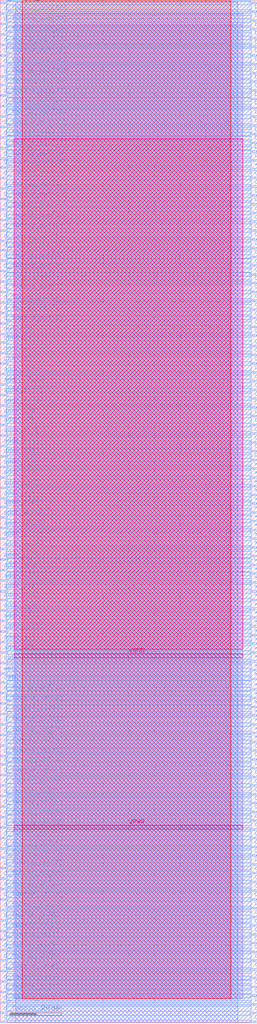
<source format=lef>
VERSION 5.7 ;
  NOWIREEXTENSIONATPIN ON ;
  DIVIDERCHAR "/" ;
  BUSBITCHARS "[]" ;
MACRO sram_ifc
  CLASS BLOCK ;
  FOREIGN sram_ifc ;
  ORIGIN 0.000 0.000 ;
  SIZE 100.000 BY 396.905 ;
  PIN addr_r[0]
    DIRECTION INPUT ;
    PORT
      LAYER met3 ;
        RECT 0.000 199.920 2.400 200.520 ;
    END
  END addr_r[0]
  PIN addr_r[10]
    DIRECTION INPUT ;
    PORT
      LAYER met3 ;
        RECT 0.000 239.360 2.400 239.960 ;
    END
  END addr_r[10]
  PIN addr_r[11]
    DIRECTION INPUT ;
    PORT
      LAYER met3 ;
        RECT 0.000 243.440 2.400 244.040 ;
    END
  END addr_r[11]
  PIN addr_r[12]
    DIRECTION INPUT ;
    PORT
      LAYER met3 ;
        RECT 0.000 247.520 2.400 248.120 ;
    END
  END addr_r[12]
  PIN addr_r[13]
    DIRECTION INPUT ;
    PORT
      LAYER met3 ;
        RECT 0.000 251.600 2.400 252.200 ;
    END
  END addr_r[13]
  PIN addr_r[1]
    DIRECTION INPUT ;
    PORT
      LAYER met3 ;
        RECT 0.000 203.320 2.400 203.920 ;
    END
  END addr_r[1]
  PIN addr_r[2]
    DIRECTION INPUT ;
    PORT
      LAYER met3 ;
        RECT 0.000 207.400 2.400 208.000 ;
    END
  END addr_r[2]
  PIN addr_r[3]
    DIRECTION INPUT ;
    PORT
      LAYER met3 ;
        RECT 0.000 211.480 2.400 212.080 ;
    END
  END addr_r[3]
  PIN addr_r[4]
    DIRECTION INPUT ;
    PORT
      LAYER met3 ;
        RECT 0.000 215.560 2.400 216.160 ;
    END
  END addr_r[4]
  PIN addr_r[5]
    DIRECTION INPUT ;
    PORT
      LAYER met3 ;
        RECT 0.000 219.640 2.400 220.240 ;
    END
  END addr_r[5]
  PIN addr_r[6]
    DIRECTION INPUT ;
    PORT
      LAYER met3 ;
        RECT 0.000 223.720 2.400 224.320 ;
    END
  END addr_r[6]
  PIN addr_r[7]
    DIRECTION INPUT ;
    PORT
      LAYER met3 ;
        RECT 0.000 227.800 2.400 228.400 ;
    END
  END addr_r[7]
  PIN addr_r[8]
    DIRECTION INPUT ;
    PORT
      LAYER met3 ;
        RECT 0.000 231.880 2.400 232.480 ;
    END
  END addr_r[8]
  PIN addr_r[9]
    DIRECTION INPUT ;
    PORT
      LAYER met3 ;
        RECT 0.000 235.280 2.400 235.880 ;
    END
  END addr_r[9]
  PIN addr_w[0]
    DIRECTION INPUT ;
    PORT
      LAYER met3 ;
        RECT 0.000 143.480 2.400 144.080 ;
    END
  END addr_w[0]
  PIN addr_w[10]
    DIRECTION INPUT ;
    PORT
      LAYER met3 ;
        RECT 0.000 183.600 2.400 184.200 ;
    END
  END addr_w[10]
  PIN addr_w[11]
    DIRECTION INPUT ;
    PORT
      LAYER met3 ;
        RECT 0.000 187.680 2.400 188.280 ;
    END
  END addr_w[11]
  PIN addr_w[12]
    DIRECTION INPUT ;
    PORT
      LAYER met3 ;
        RECT 0.000 191.760 2.400 192.360 ;
    END
  END addr_w[12]
  PIN addr_w[13]
    DIRECTION INPUT ;
    PORT
      LAYER met3 ;
        RECT 0.000 195.840 2.400 196.440 ;
    END
  END addr_w[13]
  PIN addr_w[1]
    DIRECTION INPUT ;
    PORT
      LAYER met3 ;
        RECT 0.000 147.560 2.400 148.160 ;
    END
  END addr_w[1]
  PIN addr_w[2]
    DIRECTION INPUT ;
    PORT
      LAYER met3 ;
        RECT 0.000 151.640 2.400 152.240 ;
    END
  END addr_w[2]
  PIN addr_w[3]
    DIRECTION INPUT ;
    PORT
      LAYER met3 ;
        RECT 0.000 155.720 2.400 156.320 ;
    END
  END addr_w[3]
  PIN addr_w[4]
    DIRECTION INPUT ;
    PORT
      LAYER met3 ;
        RECT 0.000 159.800 2.400 160.400 ;
    END
  END addr_w[4]
  PIN addr_w[5]
    DIRECTION INPUT ;
    PORT
      LAYER met3 ;
        RECT 0.000 163.880 2.400 164.480 ;
    END
  END addr_w[5]
  PIN addr_w[6]
    DIRECTION INPUT ;
    PORT
      LAYER met3 ;
        RECT 0.000 167.280 2.400 167.880 ;
    END
  END addr_w[6]
  PIN addr_w[7]
    DIRECTION INPUT ;
    PORT
      LAYER met3 ;
        RECT 0.000 171.360 2.400 171.960 ;
    END
  END addr_w[7]
  PIN addr_w[8]
    DIRECTION INPUT ;
    PORT
      LAYER met3 ;
        RECT 0.000 175.440 2.400 176.040 ;
    END
  END addr_w[8]
  PIN addr_w[9]
    DIRECTION INPUT ;
    PORT
      LAYER met3 ;
        RECT 0.000 179.520 2.400 180.120 ;
    END
  END addr_w[9]
  PIN baseaddr_r_sync[0]
    DIRECTION OUTPUT TRISTATE ;
    PORT
      LAYER met3 ;
        RECT 97.600 368.560 100.000 369.160 ;
    END
  END baseaddr_r_sync[0]
  PIN baseaddr_r_sync[1]
    DIRECTION OUTPUT TRISTATE ;
    PORT
      LAYER met3 ;
        RECT 97.600 371.960 100.000 372.560 ;
    END
  END baseaddr_r_sync[1]
  PIN baseaddr_r_sync[2]
    DIRECTION OUTPUT TRISTATE ;
    PORT
      LAYER met3 ;
        RECT 97.600 375.360 100.000 375.960 ;
    END
  END baseaddr_r_sync[2]
  PIN baseaddr_r_sync[3]
    DIRECTION OUTPUT TRISTATE ;
    PORT
      LAYER met3 ;
        RECT 97.600 378.760 100.000 379.360 ;
    END
  END baseaddr_r_sync[3]
  PIN baseaddr_r_sync[4]
    DIRECTION OUTPUT TRISTATE ;
    PORT
      LAYER met3 ;
        RECT 97.600 382.160 100.000 382.760 ;
    END
  END baseaddr_r_sync[4]
  PIN baseaddr_r_sync[5]
    DIRECTION OUTPUT TRISTATE ;
    PORT
      LAYER met3 ;
        RECT 97.600 385.560 100.000 386.160 ;
    END
  END baseaddr_r_sync[5]
  PIN baseaddr_r_sync[6]
    DIRECTION OUTPUT TRISTATE ;
    PORT
      LAYER met3 ;
        RECT 97.600 388.960 100.000 389.560 ;
    END
  END baseaddr_r_sync[6]
  PIN baseaddr_r_sync[7]
    DIRECTION OUTPUT TRISTATE ;
    PORT
      LAYER met3 ;
        RECT 97.600 392.360 100.000 392.960 ;
    END
  END baseaddr_r_sync[7]
  PIN baseaddr_r_sync[8]
    DIRECTION OUTPUT TRISTATE ;
    PORT
      LAYER met3 ;
        RECT 97.600 395.760 100.000 396.360 ;
    END
  END baseaddr_r_sync[8]
  PIN baseaddr_w_sync[0]
    DIRECTION OUTPUT TRISTATE ;
    PORT
      LAYER met3 ;
        RECT 97.600 337.960 100.000 338.560 ;
    END
  END baseaddr_w_sync[0]
  PIN baseaddr_w_sync[1]
    DIRECTION OUTPUT TRISTATE ;
    PORT
      LAYER met3 ;
        RECT 97.600 341.360 100.000 341.960 ;
    END
  END baseaddr_w_sync[1]
  PIN baseaddr_w_sync[2]
    DIRECTION OUTPUT TRISTATE ;
    PORT
      LAYER met3 ;
        RECT 97.600 344.760 100.000 345.360 ;
    END
  END baseaddr_w_sync[2]
  PIN baseaddr_w_sync[3]
    DIRECTION OUTPUT TRISTATE ;
    PORT
      LAYER met3 ;
        RECT 97.600 348.160 100.000 348.760 ;
    END
  END baseaddr_w_sync[3]
  PIN baseaddr_w_sync[4]
    DIRECTION OUTPUT TRISTATE ;
    PORT
      LAYER met3 ;
        RECT 97.600 351.560 100.000 352.160 ;
    END
  END baseaddr_w_sync[4]
  PIN baseaddr_w_sync[5]
    DIRECTION OUTPUT TRISTATE ;
    PORT
      LAYER met3 ;
        RECT 97.600 354.960 100.000 355.560 ;
    END
  END baseaddr_w_sync[5]
  PIN baseaddr_w_sync[6]
    DIRECTION OUTPUT TRISTATE ;
    PORT
      LAYER met3 ;
        RECT 97.600 358.360 100.000 358.960 ;
    END
  END baseaddr_w_sync[6]
  PIN baseaddr_w_sync[7]
    DIRECTION OUTPUT TRISTATE ;
    PORT
      LAYER met3 ;
        RECT 97.600 361.760 100.000 362.360 ;
    END
  END baseaddr_w_sync[7]
  PIN baseaddr_w_sync[8]
    DIRECTION OUTPUT TRISTATE ;
    PORT
      LAYER met3 ;
        RECT 97.600 365.160 100.000 365.760 ;
    END
  END baseaddr_w_sync[8]
  PIN clk
    DIRECTION INPUT ;
    PORT
      LAYER met3 ;
        RECT 0.000 0.000 2.400 0.600 ;
    END
  END clk
  PIN conf[0]
    DIRECTION INPUT ;
    PORT
      LAYER met3 ;
        RECT 0.000 255.680 2.400 256.280 ;
    END
  END conf[0]
  PIN conf[1]
    DIRECTION INPUT ;
    PORT
      LAYER met3 ;
        RECT 0.000 259.760 2.400 260.360 ;
    END
  END conf[1]
  PIN conf[2]
    DIRECTION INPUT ;
    PORT
      LAYER met3 ;
        RECT 0.000 263.840 2.400 264.440 ;
    END
  END conf[2]
  PIN csb
    DIRECTION INPUT ;
    PORT
      LAYER met3 ;
        RECT 0.000 131.920 2.400 132.520 ;
    END
  END csb
  PIN csb0_sync
    DIRECTION OUTPUT TRISTATE ;
    PORT
      LAYER met3 ;
        RECT 97.600 327.760 100.000 328.360 ;
    END
  END csb0_sync
  PIN csb1_sync
    DIRECTION OUTPUT TRISTATE ;
    PORT
      LAYER met3 ;
        RECT 97.600 334.560 100.000 335.160 ;
    END
  END csb1_sync
  PIN d_fabric_in[0]
    DIRECTION INPUT ;
    PORT
      LAYER met3 ;
        RECT 0.000 3.400 2.400 4.000 ;
    END
  END d_fabric_in[0]
  PIN d_fabric_in[10]
    DIRECTION INPUT ;
    PORT
      LAYER met3 ;
        RECT 0.000 43.520 2.400 44.120 ;
    END
  END d_fabric_in[10]
  PIN d_fabric_in[11]
    DIRECTION INPUT ;
    PORT
      LAYER met3 ;
        RECT 0.000 47.600 2.400 48.200 ;
    END
  END d_fabric_in[11]
  PIN d_fabric_in[12]
    DIRECTION INPUT ;
    PORT
      LAYER met3 ;
        RECT 0.000 51.680 2.400 52.280 ;
    END
  END d_fabric_in[12]
  PIN d_fabric_in[13]
    DIRECTION INPUT ;
    PORT
      LAYER met3 ;
        RECT 0.000 55.760 2.400 56.360 ;
    END
  END d_fabric_in[13]
  PIN d_fabric_in[14]
    DIRECTION INPUT ;
    PORT
      LAYER met3 ;
        RECT 0.000 59.840 2.400 60.440 ;
    END
  END d_fabric_in[14]
  PIN d_fabric_in[15]
    DIRECTION INPUT ;
    PORT
      LAYER met3 ;
        RECT 0.000 63.920 2.400 64.520 ;
    END
  END d_fabric_in[15]
  PIN d_fabric_in[16]
    DIRECTION INPUT ;
    PORT
      LAYER met3 ;
        RECT 0.000 67.320 2.400 67.920 ;
    END
  END d_fabric_in[16]
  PIN d_fabric_in[17]
    DIRECTION INPUT ;
    PORT
      LAYER met3 ;
        RECT 0.000 71.400 2.400 72.000 ;
    END
  END d_fabric_in[17]
  PIN d_fabric_in[18]
    DIRECTION INPUT ;
    PORT
      LAYER met3 ;
        RECT 0.000 75.480 2.400 76.080 ;
    END
  END d_fabric_in[18]
  PIN d_fabric_in[19]
    DIRECTION INPUT ;
    PORT
      LAYER met3 ;
        RECT 0.000 79.560 2.400 80.160 ;
    END
  END d_fabric_in[19]
  PIN d_fabric_in[1]
    DIRECTION INPUT ;
    PORT
      LAYER met3 ;
        RECT 0.000 7.480 2.400 8.080 ;
    END
  END d_fabric_in[1]
  PIN d_fabric_in[20]
    DIRECTION INPUT ;
    PORT
      LAYER met3 ;
        RECT 0.000 83.640 2.400 84.240 ;
    END
  END d_fabric_in[20]
  PIN d_fabric_in[21]
    DIRECTION INPUT ;
    PORT
      LAYER met3 ;
        RECT 0.000 87.720 2.400 88.320 ;
    END
  END d_fabric_in[21]
  PIN d_fabric_in[22]
    DIRECTION INPUT ;
    PORT
      LAYER met3 ;
        RECT 0.000 91.800 2.400 92.400 ;
    END
  END d_fabric_in[22]
  PIN d_fabric_in[23]
    DIRECTION INPUT ;
    PORT
      LAYER met3 ;
        RECT 0.000 95.880 2.400 96.480 ;
    END
  END d_fabric_in[23]
  PIN d_fabric_in[24]
    DIRECTION INPUT ;
    PORT
      LAYER met3 ;
        RECT 0.000 99.960 2.400 100.560 ;
    END
  END d_fabric_in[24]
  PIN d_fabric_in[25]
    DIRECTION INPUT ;
    PORT
      LAYER met3 ;
        RECT 0.000 103.360 2.400 103.960 ;
    END
  END d_fabric_in[25]
  PIN d_fabric_in[26]
    DIRECTION INPUT ;
    PORT
      LAYER met3 ;
        RECT 0.000 107.440 2.400 108.040 ;
    END
  END d_fabric_in[26]
  PIN d_fabric_in[27]
    DIRECTION INPUT ;
    PORT
      LAYER met3 ;
        RECT 0.000 111.520 2.400 112.120 ;
    END
  END d_fabric_in[27]
  PIN d_fabric_in[28]
    DIRECTION INPUT ;
    PORT
      LAYER met3 ;
        RECT 0.000 115.600 2.400 116.200 ;
    END
  END d_fabric_in[28]
  PIN d_fabric_in[29]
    DIRECTION INPUT ;
    PORT
      LAYER met3 ;
        RECT 0.000 119.680 2.400 120.280 ;
    END
  END d_fabric_in[29]
  PIN d_fabric_in[2]
    DIRECTION INPUT ;
    PORT
      LAYER met3 ;
        RECT 0.000 11.560 2.400 12.160 ;
    END
  END d_fabric_in[2]
  PIN d_fabric_in[30]
    DIRECTION INPUT ;
    PORT
      LAYER met3 ;
        RECT 0.000 123.760 2.400 124.360 ;
    END
  END d_fabric_in[30]
  PIN d_fabric_in[31]
    DIRECTION INPUT ;
    PORT
      LAYER met3 ;
        RECT 0.000 127.840 2.400 128.440 ;
    END
  END d_fabric_in[31]
  PIN d_fabric_in[3]
    DIRECTION INPUT ;
    PORT
      LAYER met3 ;
        RECT 0.000 15.640 2.400 16.240 ;
    END
  END d_fabric_in[3]
  PIN d_fabric_in[4]
    DIRECTION INPUT ;
    PORT
      LAYER met3 ;
        RECT 0.000 19.720 2.400 20.320 ;
    END
  END d_fabric_in[4]
  PIN d_fabric_in[5]
    DIRECTION INPUT ;
    PORT
      LAYER met3 ;
        RECT 0.000 23.800 2.400 24.400 ;
    END
  END d_fabric_in[5]
  PIN d_fabric_in[6]
    DIRECTION INPUT ;
    PORT
      LAYER met3 ;
        RECT 0.000 27.880 2.400 28.480 ;
    END
  END d_fabric_in[6]
  PIN d_fabric_in[7]
    DIRECTION INPUT ;
    PORT
      LAYER met3 ;
        RECT 0.000 31.960 2.400 32.560 ;
    END
  END d_fabric_in[7]
  PIN d_fabric_in[8]
    DIRECTION INPUT ;
    PORT
      LAYER met3 ;
        RECT 0.000 35.360 2.400 35.960 ;
    END
  END d_fabric_in[8]
  PIN d_fabric_in[9]
    DIRECTION INPUT ;
    PORT
      LAYER met3 ;
        RECT 0.000 39.440 2.400 40.040 ;
    END
  END d_fabric_in[9]
  PIN d_fabric_out[0]
    DIRECTION OUTPUT TRISTATE ;
    PORT
      LAYER met3 ;
        RECT 0.000 271.320 2.400 271.920 ;
    END
  END d_fabric_out[0]
  PIN d_fabric_out[10]
    DIRECTION OUTPUT TRISTATE ;
    PORT
      LAYER met3 ;
        RECT 0.000 311.440 2.400 312.040 ;
    END
  END d_fabric_out[10]
  PIN d_fabric_out[11]
    DIRECTION OUTPUT TRISTATE ;
    PORT
      LAYER met3 ;
        RECT 0.000 315.520 2.400 316.120 ;
    END
  END d_fabric_out[11]
  PIN d_fabric_out[12]
    DIRECTION OUTPUT TRISTATE ;
    PORT
      LAYER met3 ;
        RECT 0.000 319.600 2.400 320.200 ;
    END
  END d_fabric_out[12]
  PIN d_fabric_out[13]
    DIRECTION OUTPUT TRISTATE ;
    PORT
      LAYER met3 ;
        RECT 0.000 323.680 2.400 324.280 ;
    END
  END d_fabric_out[13]
  PIN d_fabric_out[14]
    DIRECTION OUTPUT TRISTATE ;
    PORT
      LAYER met3 ;
        RECT 0.000 327.760 2.400 328.360 ;
    END
  END d_fabric_out[14]
  PIN d_fabric_out[15]
    DIRECTION OUTPUT TRISTATE ;
    PORT
      LAYER met3 ;
        RECT 0.000 331.840 2.400 332.440 ;
    END
  END d_fabric_out[15]
  PIN d_fabric_out[16]
    DIRECTION OUTPUT TRISTATE ;
    PORT
      LAYER met3 ;
        RECT 0.000 335.240 2.400 335.840 ;
    END
  END d_fabric_out[16]
  PIN d_fabric_out[17]
    DIRECTION OUTPUT TRISTATE ;
    PORT
      LAYER met3 ;
        RECT 0.000 339.320 2.400 339.920 ;
    END
  END d_fabric_out[17]
  PIN d_fabric_out[18]
    DIRECTION OUTPUT TRISTATE ;
    PORT
      LAYER met3 ;
        RECT 0.000 343.400 2.400 344.000 ;
    END
  END d_fabric_out[18]
  PIN d_fabric_out[19]
    DIRECTION OUTPUT TRISTATE ;
    PORT
      LAYER met3 ;
        RECT 0.000 347.480 2.400 348.080 ;
    END
  END d_fabric_out[19]
  PIN d_fabric_out[1]
    DIRECTION OUTPUT TRISTATE ;
    PORT
      LAYER met3 ;
        RECT 0.000 275.400 2.400 276.000 ;
    END
  END d_fabric_out[1]
  PIN d_fabric_out[20]
    DIRECTION OUTPUT TRISTATE ;
    PORT
      LAYER met3 ;
        RECT 0.000 351.560 2.400 352.160 ;
    END
  END d_fabric_out[20]
  PIN d_fabric_out[21]
    DIRECTION OUTPUT TRISTATE ;
    PORT
      LAYER met3 ;
        RECT 0.000 355.640 2.400 356.240 ;
    END
  END d_fabric_out[21]
  PIN d_fabric_out[22]
    DIRECTION OUTPUT TRISTATE ;
    PORT
      LAYER met3 ;
        RECT 0.000 359.720 2.400 360.320 ;
    END
  END d_fabric_out[22]
  PIN d_fabric_out[23]
    DIRECTION OUTPUT TRISTATE ;
    PORT
      LAYER met3 ;
        RECT 0.000 363.800 2.400 364.400 ;
    END
  END d_fabric_out[23]
  PIN d_fabric_out[24]
    DIRECTION OUTPUT TRISTATE ;
    PORT
      LAYER met3 ;
        RECT 0.000 367.200 2.400 367.800 ;
    END
  END d_fabric_out[24]
  PIN d_fabric_out[25]
    DIRECTION OUTPUT TRISTATE ;
    PORT
      LAYER met3 ;
        RECT 0.000 371.280 2.400 371.880 ;
    END
  END d_fabric_out[25]
  PIN d_fabric_out[26]
    DIRECTION OUTPUT TRISTATE ;
    PORT
      LAYER met3 ;
        RECT 0.000 375.360 2.400 375.960 ;
    END
  END d_fabric_out[26]
  PIN d_fabric_out[27]
    DIRECTION OUTPUT TRISTATE ;
    PORT
      LAYER met3 ;
        RECT 0.000 379.440 2.400 380.040 ;
    END
  END d_fabric_out[27]
  PIN d_fabric_out[28]
    DIRECTION OUTPUT TRISTATE ;
    PORT
      LAYER met3 ;
        RECT 0.000 383.520 2.400 384.120 ;
    END
  END d_fabric_out[28]
  PIN d_fabric_out[29]
    DIRECTION OUTPUT TRISTATE ;
    PORT
      LAYER met3 ;
        RECT 0.000 387.600 2.400 388.200 ;
    END
  END d_fabric_out[29]
  PIN d_fabric_out[2]
    DIRECTION OUTPUT TRISTATE ;
    PORT
      LAYER met3 ;
        RECT 0.000 279.480 2.400 280.080 ;
    END
  END d_fabric_out[2]
  PIN d_fabric_out[30]
    DIRECTION OUTPUT TRISTATE ;
    PORT
      LAYER met3 ;
        RECT 0.000 391.680 2.400 392.280 ;
    END
  END d_fabric_out[30]
  PIN d_fabric_out[31]
    DIRECTION OUTPUT TRISTATE ;
    PORT
      LAYER met3 ;
        RECT 0.000 395.760 2.400 396.360 ;
    END
  END d_fabric_out[31]
  PIN d_fabric_out[3]
    DIRECTION OUTPUT TRISTATE ;
    PORT
      LAYER met3 ;
        RECT 0.000 283.560 2.400 284.160 ;
    END
  END d_fabric_out[3]
  PIN d_fabric_out[4]
    DIRECTION OUTPUT TRISTATE ;
    PORT
      LAYER met3 ;
        RECT 0.000 287.640 2.400 288.240 ;
    END
  END d_fabric_out[4]
  PIN d_fabric_out[5]
    DIRECTION OUTPUT TRISTATE ;
    PORT
      LAYER met3 ;
        RECT 0.000 291.720 2.400 292.320 ;
    END
  END d_fabric_out[5]
  PIN d_fabric_out[6]
    DIRECTION OUTPUT TRISTATE ;
    PORT
      LAYER met3 ;
        RECT 0.000 295.800 2.400 296.400 ;
    END
  END d_fabric_out[6]
  PIN d_fabric_out[7]
    DIRECTION OUTPUT TRISTATE ;
    PORT
      LAYER met3 ;
        RECT 0.000 299.880 2.400 300.480 ;
    END
  END d_fabric_out[7]
  PIN d_fabric_out[8]
    DIRECTION OUTPUT TRISTATE ;
    PORT
      LAYER met3 ;
        RECT 0.000 303.280 2.400 303.880 ;
    END
  END d_fabric_out[8]
  PIN d_fabric_out[9]
    DIRECTION OUTPUT TRISTATE ;
    PORT
      LAYER met3 ;
        RECT 0.000 307.360 2.400 307.960 ;
    END
  END d_fabric_out[9]
  PIN d_sram_in[0]
    DIRECTION OUTPUT TRISTATE ;
    PORT
      LAYER met3 ;
        RECT 97.600 0.000 100.000 0.600 ;
    END
  END d_sram_in[0]
  PIN d_sram_in[10]
    DIRECTION OUTPUT TRISTATE ;
    PORT
      LAYER met3 ;
        RECT 97.600 34.000 100.000 34.600 ;
    END
  END d_sram_in[10]
  PIN d_sram_in[11]
    DIRECTION OUTPUT TRISTATE ;
    PORT
      LAYER met3 ;
        RECT 97.600 37.400 100.000 38.000 ;
    END
  END d_sram_in[11]
  PIN d_sram_in[12]
    DIRECTION OUTPUT TRISTATE ;
    PORT
      LAYER met3 ;
        RECT 97.600 40.800 100.000 41.400 ;
    END
  END d_sram_in[12]
  PIN d_sram_in[13]
    DIRECTION OUTPUT TRISTATE ;
    PORT
      LAYER met3 ;
        RECT 97.600 44.200 100.000 44.800 ;
    END
  END d_sram_in[13]
  PIN d_sram_in[14]
    DIRECTION OUTPUT TRISTATE ;
    PORT
      LAYER met3 ;
        RECT 97.600 47.600 100.000 48.200 ;
    END
  END d_sram_in[14]
  PIN d_sram_in[15]
    DIRECTION OUTPUT TRISTATE ;
    PORT
      LAYER met3 ;
        RECT 97.600 51.000 100.000 51.600 ;
    END
  END d_sram_in[15]
  PIN d_sram_in[16]
    DIRECTION OUTPUT TRISTATE ;
    PORT
      LAYER met3 ;
        RECT 97.600 54.400 100.000 55.000 ;
    END
  END d_sram_in[16]
  PIN d_sram_in[17]
    DIRECTION OUTPUT TRISTATE ;
    PORT
      LAYER met3 ;
        RECT 97.600 57.800 100.000 58.400 ;
    END
  END d_sram_in[17]
  PIN d_sram_in[18]
    DIRECTION OUTPUT TRISTATE ;
    PORT
      LAYER met3 ;
        RECT 97.600 61.200 100.000 61.800 ;
    END
  END d_sram_in[18]
  PIN d_sram_in[19]
    DIRECTION OUTPUT TRISTATE ;
    PORT
      LAYER met3 ;
        RECT 97.600 64.600 100.000 65.200 ;
    END
  END d_sram_in[19]
  PIN d_sram_in[1]
    DIRECTION OUTPUT TRISTATE ;
    PORT
      LAYER met3 ;
        RECT 97.600 3.400 100.000 4.000 ;
    END
  END d_sram_in[1]
  PIN d_sram_in[20]
    DIRECTION OUTPUT TRISTATE ;
    PORT
      LAYER met3 ;
        RECT 97.600 68.000 100.000 68.600 ;
    END
  END d_sram_in[20]
  PIN d_sram_in[21]
    DIRECTION OUTPUT TRISTATE ;
    PORT
      LAYER met3 ;
        RECT 97.600 71.400 100.000 72.000 ;
    END
  END d_sram_in[21]
  PIN d_sram_in[22]
    DIRECTION OUTPUT TRISTATE ;
    PORT
      LAYER met3 ;
        RECT 97.600 74.800 100.000 75.400 ;
    END
  END d_sram_in[22]
  PIN d_sram_in[23]
    DIRECTION OUTPUT TRISTATE ;
    PORT
      LAYER met3 ;
        RECT 97.600 78.200 100.000 78.800 ;
    END
  END d_sram_in[23]
  PIN d_sram_in[24]
    DIRECTION OUTPUT TRISTATE ;
    PORT
      LAYER met3 ;
        RECT 97.600 81.600 100.000 82.200 ;
    END
  END d_sram_in[24]
  PIN d_sram_in[25]
    DIRECTION OUTPUT TRISTATE ;
    PORT
      LAYER met3 ;
        RECT 97.600 85.000 100.000 85.600 ;
    END
  END d_sram_in[25]
  PIN d_sram_in[26]
    DIRECTION OUTPUT TRISTATE ;
    PORT
      LAYER met3 ;
        RECT 97.600 88.400 100.000 89.000 ;
    END
  END d_sram_in[26]
  PIN d_sram_in[27]
    DIRECTION OUTPUT TRISTATE ;
    PORT
      LAYER met3 ;
        RECT 97.600 91.800 100.000 92.400 ;
    END
  END d_sram_in[27]
  PIN d_sram_in[28]
    DIRECTION OUTPUT TRISTATE ;
    PORT
      LAYER met3 ;
        RECT 97.600 95.200 100.000 95.800 ;
    END
  END d_sram_in[28]
  PIN d_sram_in[29]
    DIRECTION OUTPUT TRISTATE ;
    PORT
      LAYER met3 ;
        RECT 97.600 98.600 100.000 99.200 ;
    END
  END d_sram_in[29]
  PIN d_sram_in[2]
    DIRECTION OUTPUT TRISTATE ;
    PORT
      LAYER met3 ;
        RECT 97.600 6.800 100.000 7.400 ;
    END
  END d_sram_in[2]
  PIN d_sram_in[30]
    DIRECTION OUTPUT TRISTATE ;
    PORT
      LAYER met3 ;
        RECT 97.600 102.000 100.000 102.600 ;
    END
  END d_sram_in[30]
  PIN d_sram_in[31]
    DIRECTION OUTPUT TRISTATE ;
    PORT
      LAYER met3 ;
        RECT 97.600 105.400 100.000 106.000 ;
    END
  END d_sram_in[31]
  PIN d_sram_in[3]
    DIRECTION OUTPUT TRISTATE ;
    PORT
      LAYER met3 ;
        RECT 97.600 10.200 100.000 10.800 ;
    END
  END d_sram_in[3]
  PIN d_sram_in[4]
    DIRECTION OUTPUT TRISTATE ;
    PORT
      LAYER met3 ;
        RECT 97.600 13.600 100.000 14.200 ;
    END
  END d_sram_in[4]
  PIN d_sram_in[5]
    DIRECTION OUTPUT TRISTATE ;
    PORT
      LAYER met3 ;
        RECT 97.600 17.000 100.000 17.600 ;
    END
  END d_sram_in[5]
  PIN d_sram_in[6]
    DIRECTION OUTPUT TRISTATE ;
    PORT
      LAYER met3 ;
        RECT 97.600 20.400 100.000 21.000 ;
    END
  END d_sram_in[6]
  PIN d_sram_in[7]
    DIRECTION OUTPUT TRISTATE ;
    PORT
      LAYER met3 ;
        RECT 97.600 23.800 100.000 24.400 ;
    END
  END d_sram_in[7]
  PIN d_sram_in[8]
    DIRECTION OUTPUT TRISTATE ;
    PORT
      LAYER met3 ;
        RECT 97.600 27.200 100.000 27.800 ;
    END
  END d_sram_in[8]
  PIN d_sram_in[9]
    DIRECTION OUTPUT TRISTATE ;
    PORT
      LAYER met3 ;
        RECT 97.600 30.600 100.000 31.200 ;
    END
  END d_sram_in[9]
  PIN d_sram_out[0]
    DIRECTION INPUT ;
    PORT
      LAYER met3 ;
        RECT 97.600 218.280 100.000 218.880 ;
    END
  END d_sram_out[0]
  PIN d_sram_out[10]
    DIRECTION INPUT ;
    PORT
      LAYER met3 ;
        RECT 97.600 252.280 100.000 252.880 ;
    END
  END d_sram_out[10]
  PIN d_sram_out[11]
    DIRECTION INPUT ;
    PORT
      LAYER met3 ;
        RECT 97.600 255.680 100.000 256.280 ;
    END
  END d_sram_out[11]
  PIN d_sram_out[12]
    DIRECTION INPUT ;
    PORT
      LAYER met3 ;
        RECT 97.600 259.080 100.000 259.680 ;
    END
  END d_sram_out[12]
  PIN d_sram_out[13]
    DIRECTION INPUT ;
    PORT
      LAYER met3 ;
        RECT 97.600 262.480 100.000 263.080 ;
    END
  END d_sram_out[13]
  PIN d_sram_out[14]
    DIRECTION INPUT ;
    PORT
      LAYER met3 ;
        RECT 97.600 266.560 100.000 267.160 ;
    END
  END d_sram_out[14]
  PIN d_sram_out[15]
    DIRECTION INPUT ;
    PORT
      LAYER met3 ;
        RECT 97.600 269.960 100.000 270.560 ;
    END
  END d_sram_out[15]
  PIN d_sram_out[16]
    DIRECTION INPUT ;
    PORT
      LAYER met3 ;
        RECT 97.600 273.360 100.000 273.960 ;
    END
  END d_sram_out[16]
  PIN d_sram_out[17]
    DIRECTION INPUT ;
    PORT
      LAYER met3 ;
        RECT 97.600 276.760 100.000 277.360 ;
    END
  END d_sram_out[17]
  PIN d_sram_out[18]
    DIRECTION INPUT ;
    PORT
      LAYER met3 ;
        RECT 97.600 280.160 100.000 280.760 ;
    END
  END d_sram_out[18]
  PIN d_sram_out[19]
    DIRECTION INPUT ;
    PORT
      LAYER met3 ;
        RECT 97.600 283.560 100.000 284.160 ;
    END
  END d_sram_out[19]
  PIN d_sram_out[1]
    DIRECTION INPUT ;
    PORT
      LAYER met3 ;
        RECT 97.600 221.680 100.000 222.280 ;
    END
  END d_sram_out[1]
  PIN d_sram_out[20]
    DIRECTION INPUT ;
    PORT
      LAYER met3 ;
        RECT 97.600 286.960 100.000 287.560 ;
    END
  END d_sram_out[20]
  PIN d_sram_out[21]
    DIRECTION INPUT ;
    PORT
      LAYER met3 ;
        RECT 97.600 290.360 100.000 290.960 ;
    END
  END d_sram_out[21]
  PIN d_sram_out[22]
    DIRECTION INPUT ;
    PORT
      LAYER met3 ;
        RECT 97.600 293.760 100.000 294.360 ;
    END
  END d_sram_out[22]
  PIN d_sram_out[23]
    DIRECTION INPUT ;
    PORT
      LAYER met3 ;
        RECT 97.600 297.160 100.000 297.760 ;
    END
  END d_sram_out[23]
  PIN d_sram_out[24]
    DIRECTION INPUT ;
    PORT
      LAYER met3 ;
        RECT 97.600 300.560 100.000 301.160 ;
    END
  END d_sram_out[24]
  PIN d_sram_out[25]
    DIRECTION INPUT ;
    PORT
      LAYER met3 ;
        RECT 97.600 303.960 100.000 304.560 ;
    END
  END d_sram_out[25]
  PIN d_sram_out[26]
    DIRECTION INPUT ;
    PORT
      LAYER met3 ;
        RECT 97.600 307.360 100.000 307.960 ;
    END
  END d_sram_out[26]
  PIN d_sram_out[27]
    DIRECTION INPUT ;
    PORT
      LAYER met3 ;
        RECT 97.600 310.760 100.000 311.360 ;
    END
  END d_sram_out[27]
  PIN d_sram_out[28]
    DIRECTION INPUT ;
    PORT
      LAYER met3 ;
        RECT 97.600 314.160 100.000 314.760 ;
    END
  END d_sram_out[28]
  PIN d_sram_out[29]
    DIRECTION INPUT ;
    PORT
      LAYER met3 ;
        RECT 97.600 317.560 100.000 318.160 ;
    END
  END d_sram_out[29]
  PIN d_sram_out[2]
    DIRECTION INPUT ;
    PORT
      LAYER met3 ;
        RECT 97.600 225.080 100.000 225.680 ;
    END
  END d_sram_out[2]
  PIN d_sram_out[30]
    DIRECTION INPUT ;
    PORT
      LAYER met3 ;
        RECT 97.600 320.960 100.000 321.560 ;
    END
  END d_sram_out[30]
  PIN d_sram_out[31]
    DIRECTION INPUT ;
    PORT
      LAYER met3 ;
        RECT 97.600 324.360 100.000 324.960 ;
    END
  END d_sram_out[31]
  PIN d_sram_out[3]
    DIRECTION INPUT ;
    PORT
      LAYER met3 ;
        RECT 97.600 228.480 100.000 229.080 ;
    END
  END d_sram_out[3]
  PIN d_sram_out[4]
    DIRECTION INPUT ;
    PORT
      LAYER met3 ;
        RECT 97.600 231.880 100.000 232.480 ;
    END
  END d_sram_out[4]
  PIN d_sram_out[5]
    DIRECTION INPUT ;
    PORT
      LAYER met3 ;
        RECT 97.600 235.280 100.000 235.880 ;
    END
  END d_sram_out[5]
  PIN d_sram_out[6]
    DIRECTION INPUT ;
    PORT
      LAYER met3 ;
        RECT 97.600 238.680 100.000 239.280 ;
    END
  END d_sram_out[6]
  PIN d_sram_out[7]
    DIRECTION INPUT ;
    PORT
      LAYER met3 ;
        RECT 97.600 242.080 100.000 242.680 ;
    END
  END d_sram_out[7]
  PIN d_sram_out[8]
    DIRECTION INPUT ;
    PORT
      LAYER met3 ;
        RECT 97.600 245.480 100.000 246.080 ;
    END
  END d_sram_out[8]
  PIN d_sram_out[9]
    DIRECTION INPUT ;
    PORT
      LAYER met3 ;
        RECT 97.600 248.880 100.000 249.480 ;
    END
  END d_sram_out[9]
  PIN out_reg
    DIRECTION INPUT ;
    PORT
      LAYER met3 ;
        RECT 0.000 267.240 2.400 267.840 ;
    END
  END out_reg
  PIN reb
    DIRECTION INPUT ;
    PORT
      LAYER met3 ;
        RECT 0.000 139.400 2.400 140.000 ;
    END
  END reb
  PIN w_mask[0]
    DIRECTION OUTPUT TRISTATE ;
    PORT
      LAYER met3 ;
        RECT 97.600 108.800 100.000 109.400 ;
    END
  END w_mask[0]
  PIN w_mask[10]
    DIRECTION OUTPUT TRISTATE ;
    PORT
      LAYER met3 ;
        RECT 97.600 143.480 100.000 144.080 ;
    END
  END w_mask[10]
  PIN w_mask[11]
    DIRECTION OUTPUT TRISTATE ;
    PORT
      LAYER met3 ;
        RECT 97.600 146.880 100.000 147.480 ;
    END
  END w_mask[11]
  PIN w_mask[12]
    DIRECTION OUTPUT TRISTATE ;
    PORT
      LAYER met3 ;
        RECT 97.600 150.280 100.000 150.880 ;
    END
  END w_mask[12]
  PIN w_mask[13]
    DIRECTION OUTPUT TRISTATE ;
    PORT
      LAYER met3 ;
        RECT 97.600 153.680 100.000 154.280 ;
    END
  END w_mask[13]
  PIN w_mask[14]
    DIRECTION OUTPUT TRISTATE ;
    PORT
      LAYER met3 ;
        RECT 97.600 157.080 100.000 157.680 ;
    END
  END w_mask[14]
  PIN w_mask[15]
    DIRECTION OUTPUT TRISTATE ;
    PORT
      LAYER met3 ;
        RECT 97.600 160.480 100.000 161.080 ;
    END
  END w_mask[15]
  PIN w_mask[16]
    DIRECTION OUTPUT TRISTATE ;
    PORT
      LAYER met3 ;
        RECT 97.600 163.880 100.000 164.480 ;
    END
  END w_mask[16]
  PIN w_mask[17]
    DIRECTION OUTPUT TRISTATE ;
    PORT
      LAYER met3 ;
        RECT 97.600 167.280 100.000 167.880 ;
    END
  END w_mask[17]
  PIN w_mask[18]
    DIRECTION OUTPUT TRISTATE ;
    PORT
      LAYER met3 ;
        RECT 97.600 170.680 100.000 171.280 ;
    END
  END w_mask[18]
  PIN w_mask[19]
    DIRECTION OUTPUT TRISTATE ;
    PORT
      LAYER met3 ;
        RECT 97.600 174.080 100.000 174.680 ;
    END
  END w_mask[19]
  PIN w_mask[1]
    DIRECTION OUTPUT TRISTATE ;
    PORT
      LAYER met3 ;
        RECT 97.600 112.200 100.000 112.800 ;
    END
  END w_mask[1]
  PIN w_mask[20]
    DIRECTION OUTPUT TRISTATE ;
    PORT
      LAYER met3 ;
        RECT 97.600 177.480 100.000 178.080 ;
    END
  END w_mask[20]
  PIN w_mask[21]
    DIRECTION OUTPUT TRISTATE ;
    PORT
      LAYER met3 ;
        RECT 97.600 180.880 100.000 181.480 ;
    END
  END w_mask[21]
  PIN w_mask[22]
    DIRECTION OUTPUT TRISTATE ;
    PORT
      LAYER met3 ;
        RECT 97.600 184.280 100.000 184.880 ;
    END
  END w_mask[22]
  PIN w_mask[23]
    DIRECTION OUTPUT TRISTATE ;
    PORT
      LAYER met3 ;
        RECT 97.600 187.680 100.000 188.280 ;
    END
  END w_mask[23]
  PIN w_mask[24]
    DIRECTION OUTPUT TRISTATE ;
    PORT
      LAYER met3 ;
        RECT 97.600 191.080 100.000 191.680 ;
    END
  END w_mask[24]
  PIN w_mask[25]
    DIRECTION OUTPUT TRISTATE ;
    PORT
      LAYER met3 ;
        RECT 97.600 194.480 100.000 195.080 ;
    END
  END w_mask[25]
  PIN w_mask[26]
    DIRECTION OUTPUT TRISTATE ;
    PORT
      LAYER met3 ;
        RECT 97.600 197.880 100.000 198.480 ;
    END
  END w_mask[26]
  PIN w_mask[27]
    DIRECTION OUTPUT TRISTATE ;
    PORT
      LAYER met3 ;
        RECT 97.600 201.280 100.000 201.880 ;
    END
  END w_mask[27]
  PIN w_mask[28]
    DIRECTION OUTPUT TRISTATE ;
    PORT
      LAYER met3 ;
        RECT 97.600 204.680 100.000 205.280 ;
    END
  END w_mask[28]
  PIN w_mask[29]
    DIRECTION OUTPUT TRISTATE ;
    PORT
      LAYER met3 ;
        RECT 97.600 208.080 100.000 208.680 ;
    END
  END w_mask[29]
  PIN w_mask[2]
    DIRECTION OUTPUT TRISTATE ;
    PORT
      LAYER met3 ;
        RECT 97.600 115.600 100.000 116.200 ;
    END
  END w_mask[2]
  PIN w_mask[30]
    DIRECTION OUTPUT TRISTATE ;
    PORT
      LAYER met3 ;
        RECT 97.600 211.480 100.000 212.080 ;
    END
  END w_mask[30]
  PIN w_mask[31]
    DIRECTION OUTPUT TRISTATE ;
    PORT
      LAYER met3 ;
        RECT 97.600 214.880 100.000 215.480 ;
    END
  END w_mask[31]
  PIN w_mask[3]
    DIRECTION OUTPUT TRISTATE ;
    PORT
      LAYER met3 ;
        RECT 97.600 119.000 100.000 119.600 ;
    END
  END w_mask[3]
  PIN w_mask[4]
    DIRECTION OUTPUT TRISTATE ;
    PORT
      LAYER met3 ;
        RECT 97.600 122.400 100.000 123.000 ;
    END
  END w_mask[4]
  PIN w_mask[5]
    DIRECTION OUTPUT TRISTATE ;
    PORT
      LAYER met3 ;
        RECT 97.600 125.800 100.000 126.400 ;
    END
  END w_mask[5]
  PIN w_mask[6]
    DIRECTION OUTPUT TRISTATE ;
    PORT
      LAYER met3 ;
        RECT 97.600 129.200 100.000 129.800 ;
    END
  END w_mask[6]
  PIN w_mask[7]
    DIRECTION OUTPUT TRISTATE ;
    PORT
      LAYER met3 ;
        RECT 97.600 133.280 100.000 133.880 ;
    END
  END w_mask[7]
  PIN w_mask[8]
    DIRECTION OUTPUT TRISTATE ;
    PORT
      LAYER met3 ;
        RECT 97.600 136.680 100.000 137.280 ;
    END
  END w_mask[8]
  PIN w_mask[9]
    DIRECTION OUTPUT TRISTATE ;
    PORT
      LAYER met3 ;
        RECT 97.600 140.080 100.000 140.680 ;
    END
  END w_mask[9]
  PIN web
    DIRECTION INPUT ;
    PORT
      LAYER met3 ;
        RECT 0.000 135.320 2.400 135.920 ;
    END
  END web
  PIN web0_sync
    DIRECTION OUTPUT TRISTATE ;
    PORT
      LAYER met3 ;
        RECT 97.600 331.160 100.000 331.760 ;
    END
  END web0_sync
  PIN VPWR
    DIRECTION INPUT ;
    USE POWER ;
    PORT
      LAYER met5 ;
        RECT 5.520 75.105 94.300 76.705 ;
    END
  END VPWR
  PIN VGND
    DIRECTION INPUT ;
    USE GROUND ;
    PORT
      LAYER met5 ;
        RECT 5.520 141.775 94.300 143.375 ;
    END
  END VGND
  OBS
      LAYER li1 ;
        RECT 5.520 9.395 94.300 387.645 ;
      LAYER met1 ;
        RECT 5.520 9.240 94.300 391.940 ;
      LAYER met2 ;
        RECT 6.070 0.115 92.360 396.245 ;
      LAYER met3 ;
        RECT 2.400 396.760 97.600 396.900 ;
        RECT 2.800 395.360 97.200 396.760 ;
        RECT 2.400 393.360 97.600 395.360 ;
        RECT 2.400 392.680 97.200 393.360 ;
        RECT 2.800 391.960 97.200 392.680 ;
        RECT 2.800 391.280 97.600 391.960 ;
        RECT 2.400 389.960 97.600 391.280 ;
        RECT 2.400 388.600 97.200 389.960 ;
        RECT 2.800 388.560 97.200 388.600 ;
        RECT 2.800 387.200 97.600 388.560 ;
        RECT 2.400 386.560 97.600 387.200 ;
        RECT 2.400 385.160 97.200 386.560 ;
        RECT 2.400 384.520 97.600 385.160 ;
        RECT 2.800 383.160 97.600 384.520 ;
        RECT 2.800 383.120 97.200 383.160 ;
        RECT 2.400 381.760 97.200 383.120 ;
        RECT 2.400 380.440 97.600 381.760 ;
        RECT 2.800 379.760 97.600 380.440 ;
        RECT 2.800 379.040 97.200 379.760 ;
        RECT 2.400 378.360 97.200 379.040 ;
        RECT 2.400 376.360 97.600 378.360 ;
        RECT 2.800 374.960 97.200 376.360 ;
        RECT 2.400 372.960 97.600 374.960 ;
        RECT 2.400 372.280 97.200 372.960 ;
        RECT 2.800 371.560 97.200 372.280 ;
        RECT 2.800 370.880 97.600 371.560 ;
        RECT 2.400 369.560 97.600 370.880 ;
        RECT 2.400 368.200 97.200 369.560 ;
        RECT 2.800 368.160 97.200 368.200 ;
        RECT 2.800 366.800 97.600 368.160 ;
        RECT 2.400 366.160 97.600 366.800 ;
        RECT 2.400 364.800 97.200 366.160 ;
        RECT 2.800 364.760 97.200 364.800 ;
        RECT 2.800 363.400 97.600 364.760 ;
        RECT 2.400 362.760 97.600 363.400 ;
        RECT 2.400 361.360 97.200 362.760 ;
        RECT 2.400 360.720 97.600 361.360 ;
        RECT 2.800 359.360 97.600 360.720 ;
        RECT 2.800 359.320 97.200 359.360 ;
        RECT 2.400 357.960 97.200 359.320 ;
        RECT 2.400 356.640 97.600 357.960 ;
        RECT 2.800 355.960 97.600 356.640 ;
        RECT 2.800 355.240 97.200 355.960 ;
        RECT 2.400 354.560 97.200 355.240 ;
        RECT 2.400 352.560 97.600 354.560 ;
        RECT 2.800 351.160 97.200 352.560 ;
        RECT 2.400 349.160 97.600 351.160 ;
        RECT 2.400 348.480 97.200 349.160 ;
        RECT 2.800 347.760 97.200 348.480 ;
        RECT 2.800 347.080 97.600 347.760 ;
        RECT 2.400 345.760 97.600 347.080 ;
        RECT 2.400 344.400 97.200 345.760 ;
        RECT 2.800 344.360 97.200 344.400 ;
        RECT 2.800 343.000 97.600 344.360 ;
        RECT 2.400 342.360 97.600 343.000 ;
        RECT 2.400 340.960 97.200 342.360 ;
        RECT 2.400 340.320 97.600 340.960 ;
        RECT 2.800 338.960 97.600 340.320 ;
        RECT 2.800 338.920 97.200 338.960 ;
        RECT 2.400 337.560 97.200 338.920 ;
        RECT 2.400 336.240 97.600 337.560 ;
        RECT 2.800 335.560 97.600 336.240 ;
        RECT 2.800 334.840 97.200 335.560 ;
        RECT 2.400 334.160 97.200 334.840 ;
        RECT 2.400 332.840 97.600 334.160 ;
        RECT 2.800 332.160 97.600 332.840 ;
        RECT 2.800 331.440 97.200 332.160 ;
        RECT 2.400 330.760 97.200 331.440 ;
        RECT 2.400 328.760 97.600 330.760 ;
        RECT 2.800 327.360 97.200 328.760 ;
        RECT 2.400 325.360 97.600 327.360 ;
        RECT 2.400 324.680 97.200 325.360 ;
        RECT 2.800 323.960 97.200 324.680 ;
        RECT 2.800 323.280 97.600 323.960 ;
        RECT 2.400 321.960 97.600 323.280 ;
        RECT 2.400 320.600 97.200 321.960 ;
        RECT 2.800 320.560 97.200 320.600 ;
        RECT 2.800 319.200 97.600 320.560 ;
        RECT 2.400 318.560 97.600 319.200 ;
        RECT 2.400 317.160 97.200 318.560 ;
        RECT 2.400 316.520 97.600 317.160 ;
        RECT 2.800 315.160 97.600 316.520 ;
        RECT 2.800 315.120 97.200 315.160 ;
        RECT 2.400 313.760 97.200 315.120 ;
        RECT 2.400 312.440 97.600 313.760 ;
        RECT 2.800 311.760 97.600 312.440 ;
        RECT 2.800 311.040 97.200 311.760 ;
        RECT 2.400 310.360 97.200 311.040 ;
        RECT 2.400 308.360 97.600 310.360 ;
        RECT 2.800 306.960 97.200 308.360 ;
        RECT 2.400 304.960 97.600 306.960 ;
        RECT 2.400 304.280 97.200 304.960 ;
        RECT 2.800 303.560 97.200 304.280 ;
        RECT 2.800 302.880 97.600 303.560 ;
        RECT 2.400 301.560 97.600 302.880 ;
        RECT 2.400 300.880 97.200 301.560 ;
        RECT 2.800 300.160 97.200 300.880 ;
        RECT 2.800 299.480 97.600 300.160 ;
        RECT 2.400 298.160 97.600 299.480 ;
        RECT 2.400 296.800 97.200 298.160 ;
        RECT 2.800 296.760 97.200 296.800 ;
        RECT 2.800 295.400 97.600 296.760 ;
        RECT 2.400 294.760 97.600 295.400 ;
        RECT 2.400 293.360 97.200 294.760 ;
        RECT 2.400 292.720 97.600 293.360 ;
        RECT 2.800 291.360 97.600 292.720 ;
        RECT 2.800 291.320 97.200 291.360 ;
        RECT 2.400 289.960 97.200 291.320 ;
        RECT 2.400 288.640 97.600 289.960 ;
        RECT 2.800 287.960 97.600 288.640 ;
        RECT 2.800 287.240 97.200 287.960 ;
        RECT 2.400 286.560 97.200 287.240 ;
        RECT 2.400 284.560 97.600 286.560 ;
        RECT 2.800 283.160 97.200 284.560 ;
        RECT 2.400 281.160 97.600 283.160 ;
        RECT 2.400 280.480 97.200 281.160 ;
        RECT 2.800 279.760 97.200 280.480 ;
        RECT 2.800 279.080 97.600 279.760 ;
        RECT 2.400 277.760 97.600 279.080 ;
        RECT 2.400 276.400 97.200 277.760 ;
        RECT 2.800 276.360 97.200 276.400 ;
        RECT 2.800 275.000 97.600 276.360 ;
        RECT 2.400 274.360 97.600 275.000 ;
        RECT 2.400 272.960 97.200 274.360 ;
        RECT 2.400 272.320 97.600 272.960 ;
        RECT 2.800 270.960 97.600 272.320 ;
        RECT 2.800 270.920 97.200 270.960 ;
        RECT 2.400 269.560 97.200 270.920 ;
        RECT 2.400 268.240 97.600 269.560 ;
        RECT 2.800 267.560 97.600 268.240 ;
        RECT 2.800 266.840 97.200 267.560 ;
        RECT 2.400 266.160 97.200 266.840 ;
        RECT 2.400 264.840 97.600 266.160 ;
        RECT 2.800 263.480 97.600 264.840 ;
        RECT 2.800 263.440 97.200 263.480 ;
        RECT 2.400 262.080 97.200 263.440 ;
        RECT 2.400 260.760 97.600 262.080 ;
        RECT 2.800 260.080 97.600 260.760 ;
        RECT 2.800 259.360 97.200 260.080 ;
        RECT 2.400 258.680 97.200 259.360 ;
        RECT 2.400 256.680 97.600 258.680 ;
        RECT 2.800 255.280 97.200 256.680 ;
        RECT 2.400 253.280 97.600 255.280 ;
        RECT 2.400 252.600 97.200 253.280 ;
        RECT 2.800 251.880 97.200 252.600 ;
        RECT 2.800 251.200 97.600 251.880 ;
        RECT 2.400 249.880 97.600 251.200 ;
        RECT 2.400 248.520 97.200 249.880 ;
        RECT 2.800 248.480 97.200 248.520 ;
        RECT 2.800 247.120 97.600 248.480 ;
        RECT 2.400 246.480 97.600 247.120 ;
        RECT 2.400 245.080 97.200 246.480 ;
        RECT 2.400 244.440 97.600 245.080 ;
        RECT 2.800 243.080 97.600 244.440 ;
        RECT 2.800 243.040 97.200 243.080 ;
        RECT 2.400 241.680 97.200 243.040 ;
        RECT 2.400 240.360 97.600 241.680 ;
        RECT 2.800 239.680 97.600 240.360 ;
        RECT 2.800 238.960 97.200 239.680 ;
        RECT 2.400 238.280 97.200 238.960 ;
        RECT 2.400 236.280 97.600 238.280 ;
        RECT 2.800 234.880 97.200 236.280 ;
        RECT 2.400 232.880 97.600 234.880 ;
        RECT 2.800 231.480 97.200 232.880 ;
        RECT 2.400 229.480 97.600 231.480 ;
        RECT 2.400 228.800 97.200 229.480 ;
        RECT 2.800 228.080 97.200 228.800 ;
        RECT 2.800 227.400 97.600 228.080 ;
        RECT 2.400 226.080 97.600 227.400 ;
        RECT 2.400 224.720 97.200 226.080 ;
        RECT 2.800 224.680 97.200 224.720 ;
        RECT 2.800 223.320 97.600 224.680 ;
        RECT 2.400 222.680 97.600 223.320 ;
        RECT 2.400 221.280 97.200 222.680 ;
        RECT 2.400 220.640 97.600 221.280 ;
        RECT 2.800 219.280 97.600 220.640 ;
        RECT 2.800 219.240 97.200 219.280 ;
        RECT 2.400 217.880 97.200 219.240 ;
        RECT 2.400 216.560 97.600 217.880 ;
        RECT 2.800 215.880 97.600 216.560 ;
        RECT 2.800 215.160 97.200 215.880 ;
        RECT 2.400 214.480 97.200 215.160 ;
        RECT 2.400 212.480 97.600 214.480 ;
        RECT 2.800 211.080 97.200 212.480 ;
        RECT 2.400 209.080 97.600 211.080 ;
        RECT 2.400 208.400 97.200 209.080 ;
        RECT 2.800 207.680 97.200 208.400 ;
        RECT 2.800 207.000 97.600 207.680 ;
        RECT 2.400 205.680 97.600 207.000 ;
        RECT 2.400 204.320 97.200 205.680 ;
        RECT 2.800 204.280 97.200 204.320 ;
        RECT 2.800 202.920 97.600 204.280 ;
        RECT 2.400 202.280 97.600 202.920 ;
        RECT 2.400 200.920 97.200 202.280 ;
        RECT 2.800 200.880 97.200 200.920 ;
        RECT 2.800 199.520 97.600 200.880 ;
        RECT 2.400 198.880 97.600 199.520 ;
        RECT 2.400 197.480 97.200 198.880 ;
        RECT 2.400 196.840 97.600 197.480 ;
        RECT 2.800 195.480 97.600 196.840 ;
        RECT 2.800 195.440 97.200 195.480 ;
        RECT 2.400 194.080 97.200 195.440 ;
        RECT 2.400 192.760 97.600 194.080 ;
        RECT 2.800 192.080 97.600 192.760 ;
        RECT 2.800 191.360 97.200 192.080 ;
        RECT 2.400 190.680 97.200 191.360 ;
        RECT 2.400 188.680 97.600 190.680 ;
        RECT 2.800 187.280 97.200 188.680 ;
        RECT 2.400 185.280 97.600 187.280 ;
        RECT 2.400 184.600 97.200 185.280 ;
        RECT 2.800 183.880 97.200 184.600 ;
        RECT 2.800 183.200 97.600 183.880 ;
        RECT 2.400 181.880 97.600 183.200 ;
        RECT 2.400 180.520 97.200 181.880 ;
        RECT 2.800 180.480 97.200 180.520 ;
        RECT 2.800 179.120 97.600 180.480 ;
        RECT 2.400 178.480 97.600 179.120 ;
        RECT 2.400 177.080 97.200 178.480 ;
        RECT 2.400 176.440 97.600 177.080 ;
        RECT 2.800 175.080 97.600 176.440 ;
        RECT 2.800 175.040 97.200 175.080 ;
        RECT 2.400 173.680 97.200 175.040 ;
        RECT 2.400 172.360 97.600 173.680 ;
        RECT 2.800 171.680 97.600 172.360 ;
        RECT 2.800 170.960 97.200 171.680 ;
        RECT 2.400 170.280 97.200 170.960 ;
        RECT 2.400 168.280 97.600 170.280 ;
        RECT 2.800 166.880 97.200 168.280 ;
        RECT 2.400 164.880 97.600 166.880 ;
        RECT 2.800 163.480 97.200 164.880 ;
        RECT 2.400 161.480 97.600 163.480 ;
        RECT 2.400 160.800 97.200 161.480 ;
        RECT 2.800 160.080 97.200 160.800 ;
        RECT 2.800 159.400 97.600 160.080 ;
        RECT 2.400 158.080 97.600 159.400 ;
        RECT 2.400 156.720 97.200 158.080 ;
        RECT 2.800 156.680 97.200 156.720 ;
        RECT 2.800 155.320 97.600 156.680 ;
        RECT 2.400 154.680 97.600 155.320 ;
        RECT 2.400 153.280 97.200 154.680 ;
        RECT 2.400 152.640 97.600 153.280 ;
        RECT 2.800 151.280 97.600 152.640 ;
        RECT 2.800 151.240 97.200 151.280 ;
        RECT 2.400 149.880 97.200 151.240 ;
        RECT 2.400 148.560 97.600 149.880 ;
        RECT 2.800 147.880 97.600 148.560 ;
        RECT 2.800 147.160 97.200 147.880 ;
        RECT 2.400 146.480 97.200 147.160 ;
        RECT 2.400 144.480 97.600 146.480 ;
        RECT 2.800 143.080 97.200 144.480 ;
        RECT 2.400 141.080 97.600 143.080 ;
        RECT 2.400 140.400 97.200 141.080 ;
        RECT 2.800 139.680 97.200 140.400 ;
        RECT 2.800 139.000 97.600 139.680 ;
        RECT 2.400 137.680 97.600 139.000 ;
        RECT 2.400 136.320 97.200 137.680 ;
        RECT 2.800 136.280 97.200 136.320 ;
        RECT 2.800 134.920 97.600 136.280 ;
        RECT 2.400 134.280 97.600 134.920 ;
        RECT 2.400 132.920 97.200 134.280 ;
        RECT 2.800 132.880 97.200 132.920 ;
        RECT 2.800 131.520 97.600 132.880 ;
        RECT 2.400 130.200 97.600 131.520 ;
        RECT 2.400 128.840 97.200 130.200 ;
        RECT 2.800 128.800 97.200 128.840 ;
        RECT 2.800 127.440 97.600 128.800 ;
        RECT 2.400 126.800 97.600 127.440 ;
        RECT 2.400 125.400 97.200 126.800 ;
        RECT 2.400 124.760 97.600 125.400 ;
        RECT 2.800 123.400 97.600 124.760 ;
        RECT 2.800 123.360 97.200 123.400 ;
        RECT 2.400 122.000 97.200 123.360 ;
        RECT 2.400 120.680 97.600 122.000 ;
        RECT 2.800 120.000 97.600 120.680 ;
        RECT 2.800 119.280 97.200 120.000 ;
        RECT 2.400 118.600 97.200 119.280 ;
        RECT 2.400 116.600 97.600 118.600 ;
        RECT 2.800 115.200 97.200 116.600 ;
        RECT 2.400 113.200 97.600 115.200 ;
        RECT 2.400 112.520 97.200 113.200 ;
        RECT 2.800 111.800 97.200 112.520 ;
        RECT 2.800 111.120 97.600 111.800 ;
        RECT 2.400 109.800 97.600 111.120 ;
        RECT 2.400 108.440 97.200 109.800 ;
        RECT 2.800 108.400 97.200 108.440 ;
        RECT 2.800 107.040 97.600 108.400 ;
        RECT 2.400 106.400 97.600 107.040 ;
        RECT 2.400 105.000 97.200 106.400 ;
        RECT 2.400 104.360 97.600 105.000 ;
        RECT 2.800 103.000 97.600 104.360 ;
        RECT 2.800 102.960 97.200 103.000 ;
        RECT 2.400 101.600 97.200 102.960 ;
        RECT 2.400 100.960 97.600 101.600 ;
        RECT 2.800 99.600 97.600 100.960 ;
        RECT 2.800 99.560 97.200 99.600 ;
        RECT 2.400 98.200 97.200 99.560 ;
        RECT 2.400 96.880 97.600 98.200 ;
        RECT 2.800 96.200 97.600 96.880 ;
        RECT 2.800 95.480 97.200 96.200 ;
        RECT 2.400 94.800 97.200 95.480 ;
        RECT 2.400 92.800 97.600 94.800 ;
        RECT 2.800 91.400 97.200 92.800 ;
        RECT 2.400 89.400 97.600 91.400 ;
        RECT 2.400 88.720 97.200 89.400 ;
        RECT 2.800 88.000 97.200 88.720 ;
        RECT 2.800 87.320 97.600 88.000 ;
        RECT 2.400 86.000 97.600 87.320 ;
        RECT 2.400 84.640 97.200 86.000 ;
        RECT 2.800 84.600 97.200 84.640 ;
        RECT 2.800 83.240 97.600 84.600 ;
        RECT 2.400 82.600 97.600 83.240 ;
        RECT 2.400 81.200 97.200 82.600 ;
        RECT 2.400 80.560 97.600 81.200 ;
        RECT 2.800 79.200 97.600 80.560 ;
        RECT 2.800 79.160 97.200 79.200 ;
        RECT 2.400 77.800 97.200 79.160 ;
        RECT 2.400 76.480 97.600 77.800 ;
        RECT 2.800 75.800 97.600 76.480 ;
        RECT 2.800 75.080 97.200 75.800 ;
        RECT 2.400 74.400 97.200 75.080 ;
        RECT 2.400 72.400 97.600 74.400 ;
        RECT 2.800 71.000 97.200 72.400 ;
        RECT 2.400 69.000 97.600 71.000 ;
        RECT 2.400 68.320 97.200 69.000 ;
        RECT 2.800 67.600 97.200 68.320 ;
        RECT 2.800 66.920 97.600 67.600 ;
        RECT 2.400 65.600 97.600 66.920 ;
        RECT 2.400 64.920 97.200 65.600 ;
        RECT 2.800 64.200 97.200 64.920 ;
        RECT 2.800 63.520 97.600 64.200 ;
        RECT 2.400 62.200 97.600 63.520 ;
        RECT 2.400 60.840 97.200 62.200 ;
        RECT 2.800 60.800 97.200 60.840 ;
        RECT 2.800 59.440 97.600 60.800 ;
        RECT 2.400 58.800 97.600 59.440 ;
        RECT 2.400 57.400 97.200 58.800 ;
        RECT 2.400 56.760 97.600 57.400 ;
        RECT 2.800 55.400 97.600 56.760 ;
        RECT 2.800 55.360 97.200 55.400 ;
        RECT 2.400 54.000 97.200 55.360 ;
        RECT 2.400 52.680 97.600 54.000 ;
        RECT 2.800 52.000 97.600 52.680 ;
        RECT 2.800 51.280 97.200 52.000 ;
        RECT 2.400 50.600 97.200 51.280 ;
        RECT 2.400 48.600 97.600 50.600 ;
        RECT 2.800 47.200 97.200 48.600 ;
        RECT 2.400 45.200 97.600 47.200 ;
        RECT 2.400 44.520 97.200 45.200 ;
        RECT 2.800 43.800 97.200 44.520 ;
        RECT 2.800 43.120 97.600 43.800 ;
        RECT 2.400 41.800 97.600 43.120 ;
        RECT 2.400 40.440 97.200 41.800 ;
        RECT 2.800 40.400 97.200 40.440 ;
        RECT 2.800 39.040 97.600 40.400 ;
        RECT 2.400 38.400 97.600 39.040 ;
        RECT 2.400 37.000 97.200 38.400 ;
        RECT 2.400 36.360 97.600 37.000 ;
        RECT 2.800 35.000 97.600 36.360 ;
        RECT 2.800 34.960 97.200 35.000 ;
        RECT 2.400 33.600 97.200 34.960 ;
        RECT 2.400 32.960 97.600 33.600 ;
        RECT 2.800 31.600 97.600 32.960 ;
        RECT 2.800 31.560 97.200 31.600 ;
        RECT 2.400 30.200 97.200 31.560 ;
        RECT 2.400 28.880 97.600 30.200 ;
        RECT 2.800 28.200 97.600 28.880 ;
        RECT 2.800 27.480 97.200 28.200 ;
        RECT 2.400 26.800 97.200 27.480 ;
        RECT 2.400 24.800 97.600 26.800 ;
        RECT 2.800 23.400 97.200 24.800 ;
        RECT 2.400 21.400 97.600 23.400 ;
        RECT 2.400 20.720 97.200 21.400 ;
        RECT 2.800 20.000 97.200 20.720 ;
        RECT 2.800 19.320 97.600 20.000 ;
        RECT 2.400 18.000 97.600 19.320 ;
        RECT 2.400 16.640 97.200 18.000 ;
        RECT 2.800 16.600 97.200 16.640 ;
        RECT 2.800 15.240 97.600 16.600 ;
        RECT 2.400 14.600 97.600 15.240 ;
        RECT 2.400 13.200 97.200 14.600 ;
        RECT 2.400 12.560 97.600 13.200 ;
        RECT 2.800 11.200 97.600 12.560 ;
        RECT 2.800 11.160 97.200 11.200 ;
        RECT 2.400 9.800 97.200 11.160 ;
        RECT 2.400 8.480 97.600 9.800 ;
        RECT 2.800 7.800 97.600 8.480 ;
        RECT 2.800 7.080 97.200 7.800 ;
        RECT 2.400 6.400 97.200 7.080 ;
        RECT 2.400 4.400 97.600 6.400 ;
        RECT 2.800 3.000 97.200 4.400 ;
        RECT 2.400 1.000 97.600 3.000 ;
        RECT 2.800 0.135 97.200 1.000 ;
      LAYER met4 ;
        RECT 8.575 9.240 89.650 396.905 ;
      LAYER met5 ;
        RECT 5.520 144.975 94.300 343.370 ;
  END
END sram_ifc
END LIBRARY


</source>
